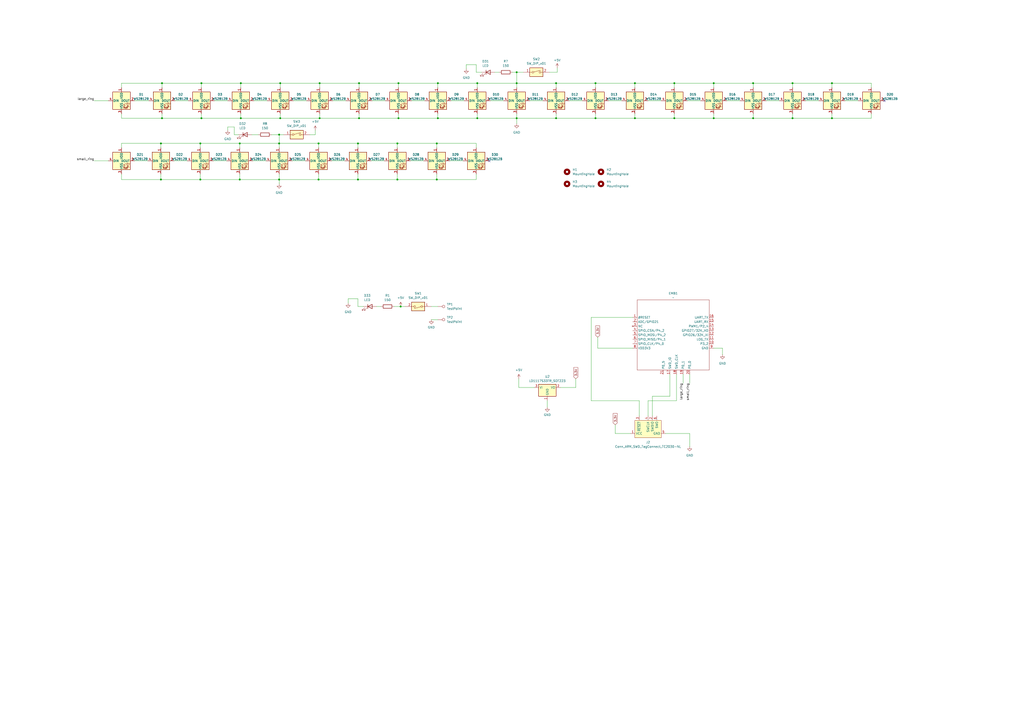
<source format=kicad_sch>
(kicad_sch (version 20231120) (generator "eeschema") (generator_version "8.0")
  (paper "A2")
  (lib_symbols
    (symbol "Connector:Conn_ARM_SWD_TagConnect_TC2030-NL" (in_bom no)
      (property "Reference" "J" (at 2.54 11.43 0))
      (property "Value" "Conn_ARM_SWD_TagConnect_TC2030-NL" (at 2.54 8.89 0))
      (symbol "Conn_ARM_SWD_TagConnect_TC2030-NL_0_0"
        (pin power_in line (at -2.54 10.16 270) (length 2.54) (name "VCC") (number "1"))
        (pin bidirectional line (at 7.62 -2.54 180) (length 2.54) (name "SWDIO") (number "2"))
        (pin open_collector line (at 7.62 5.08 180) (length 2.54) (name "~{RESET}") (number "3"))
        (pin output line (at 7.62 0 180) (length 2.54) (name "SWCLK") (number "4"))
        (pin power_in line (at -2.54 -10.16 90) (length 2.54) (name "GND") (number "5"))
        (pin input line (at 7.62 -5.08 180) (length 2.54) (name "SWO") (number "6"))
      )
      (symbol "Conn_ARM_SWD_TagConnect_TC2030-NL_0_1"
        (rectangle (start -5.08 7.62) (end 5.08 -7.62) (fill (type background)))
      )
    )
    (symbol "Connector:TestPoint" (pin_numbers hide) (pin_names (offset 0.762) hide)
      (property "Reference" "TP" (at 0 6.858 0))
      (property "Value" "TestPoint" (at 0 5.08 0))
      (symbol "TestPoint_0_1"
        (circle (center 0 3.302) (radius 0.762))
      )
      (symbol "TestPoint_1_1"
        (pin passive line (at 0 0 90) (length 2.54) (name "1") (number "1"))
      )
    )
    (symbol "Device:LED" (pin_numbers hide) (pin_names (offset 1.016) hide)
      (property "Reference" "D" (at 0 2.54 0))
      (property "Value" "LED" (at 0 -2.54 0))
      (symbol "LED_0_1"
        (polyline (pts (xy -1.27 -1.27) (xy -1.27 1.27)) (stroke (width 0.254)))
        (polyline (pts (xy -1.27 0) (xy 1.27 0)))
        (polyline (pts (xy 1.27 -1.27) (xy 1.27 1.27) (xy -1.27 0) (xy 1.27 -1.27)) (stroke (width 0.254)))
        (polyline (pts (xy -3.048 -0.762) (xy -4.572 -2.286) (xy -3.81 -2.286) (xy -4.572 -2.286) (xy -4.572 -1.524)))
        (polyline (pts (xy -1.778 -0.762) (xy -3.302 -2.286) (xy -2.54 -2.286) (xy -3.302 -2.286) (xy -3.302 -1.524)))
      )
      (symbol "LED_1_1"
        (pin passive line (at -3.81 0 0) (length 2.54) (name "K") (number "1"))
        (pin passive line (at 3.81 0 180) (length 2.54) (name "A") (number "2"))
      )
    )
    (symbol "Device:R" (pin_numbers hide) (pin_names (offset 0))
      (property "Reference" "R" (at 2.032 0 90))
      (property "Value" "R" (at 0 0 90))
      (symbol "R_0_1"
        (rectangle (start -1.016 -2.54) (end 1.016 2.54) (stroke (width 0.254)))
      )
      (symbol "R_1_1"
        (pin passive line (at 0 3.81 270) (length 1.27) (name "~") (number "1"))
        (pin passive line (at 0 -3.81 90) (length 1.27) (name "~") (number "2"))
      )
    )
    (symbol "GND_1" (power) (pin_numbers hide) (pin_names (offset 0) hide)
      (property "Value" "GND" (at 0 -3.81 0))
      (symbol "GND_1_0_1"
        (polyline (pts (xy 0 0) (xy 0 -1.27) (xy 1.27 -1.27) (xy 0 -2.54) (xy -1.27 -1.27) (xy 0 -1.27)))
      )
      (symbol "GND_1_1_1"
        (pin power_in line (at 0 0 270) (length 0) (name "~") (number "1"))
      )
    )
    (symbol "GND_2" (power) (pin_numbers hide) (pin_names (offset 0) hide)
      (property "Value" "GND" (at 0 -3.81 0))
      (symbol "GND_2_0_1"
        (polyline (pts (xy 0 0) (xy 0 -1.27) (xy 1.27 -1.27) (xy 0 -2.54) (xy -1.27 -1.27) (xy 0 -1.27)))
      )
      (symbol "GND_2_1_1"
        (pin power_in line (at 0 0 270) (length 0) (name "~") (number "1"))
      )
    )
    (symbol "LED:WS2812B" (pin_names (offset 0.254))
      (property "Reference" "D" (at 5.08 5.715 0))
      (property "Value" "WS2812B" (at 1.27 -5.715 0))
      (symbol "WS2812B_0_0"
        (text "RGB" (at 2.286 -4.191 0) (effects (font (size 0.762 0.762))))
      )
      (symbol "WS2812B_0_1"
        (polyline (pts (xy 1.27 -3.556) (xy 1.778 -3.556)))
        (polyline (pts (xy 1.27 -2.54) (xy 1.778 -2.54)))
        (polyline (pts (xy 4.699 -3.556) (xy 2.667 -3.556)))
        (polyline (pts (xy 2.286 -2.54) (xy 1.27 -3.556) (xy 1.27 -3.048)))
        (polyline (pts (xy 2.286 -1.524) (xy 1.27 -2.54) (xy 1.27 -2.032)))
        (polyline (pts (xy 3.683 -1.016) (xy 3.683 -3.556) (xy 3.683 -4.064)))
        (polyline (pts (xy 4.699 -1.524) (xy 2.667 -1.524) (xy 3.683 -3.556) (xy 4.699 -1.524)))
        (rectangle (start 5.08 5.08) (end -5.08 -5.08) (stroke (width 0.254)) (fill (type background)))
      )
      (symbol "WS2812B_1_1"
        (pin power_in line (at 0 7.62 270) (length 2.54) (name "VDD") (number "1"))
        (pin output line (at 7.62 0 180) (length 2.54) (name "DOUT") (number "2"))
        (pin power_in line (at 0 -7.62 90) (length 2.54) (name "VSS") (number "3"))
        (pin input line (at -7.62 0 0) (length 2.54) (name "DIN") (number "4"))
      )
    )
    (symbol "Mechanical:MountingHole" (pin_names (offset 1.016))
      (property "Reference" "H" (at 0 5.08 0))
      (property "Value" "MountingHole" (at 0 3.175 0))
      (symbol "MountingHole_0_1"
        (circle (center 0 0) (radius 1.27) (stroke (width 1.27)))
      )
    )
    (symbol "New_Library:EMB1082"
      (property "Reference" "EMB1082" (at -18.034 21.082 0))
      (symbol "EMB1082_1_1"
        (rectangle (start -22.86 22.86) (end 19.05 -17.78))
        (pin input line (at -25.4 12.7 0) (length 2.54) (name "#RESET") (number "1"))
        (pin input line (at 21.59 -2.54 180) (length 2.54) (name "P3_2") (number "10"))
        (pin input line (at 21.59 0 180) (length 2.54) (name "LOG_TX") (number "11"))
        (pin input line (at 21.59 2.54 180) (length 2.54) (name "GPIO26/32K_XI") (number "12"))
        (pin input line (at 21.59 5.08 180) (length 2.54) (name "GPIO27/32K_XO") (number "13"))
        (pin input line (at 21.59 7.62 180) (length 2.54) (name "PWM1/P2_4") (number "14"))
        (pin input line (at 21.59 10.16 180) (length 2.54) (name "UART_RX") (number "15"))
        (pin input line (at 21.59 12.7 180) (length 2.54) (name "UART_TX") (number "16"))
        (pin input line (at -3.81 -20.32 90) (length 2.54) (name "SWD_IO") (number "17"))
        (pin input line (at 0 -20.32 90) (length 2.54) (name "SWD_CLK") (number "18"))
        (pin input line (at 3.81 -20.32 90) (length 2.54) (name "P0_1") (number "19"))
        (pin input line (at -25.4 10.16 0) (length 2.54) (name "ADC/GPIO21") (number "2"))
        (pin input line (at 7.62 -20.32 90) (length 2.54) (name "P0_0") (number "20"))
        (pin input line (at -7.62 -20.32 90) (length 2.54) (name "P0_5") (number "21"))
        (pin no_connect line (at -25.4 7.62 0) (length 2.54) (name "NC") (number "3"))
        (pin input line (at -25.4 5.08 0) (length 2.54) (name "SPIO_CSN/P4_2") (number "4"))
        (pin input line (at -25.4 2.54 0) (length 2.54) (name "SPIO_MOSI/P4_2") (number "5"))
        (pin input line (at -25.4 0 0) (length 2.54) (name "SPIO_MISO/P4_1") (number "6"))
        (pin input line (at -25.4 -2.54 0) (length 2.54) (name "SPIO_CLK/P4_0") (number "7"))
        (pin input line (at -25.4 -5.08 0) (length 2.54) (name "VDD3V3") (number "8"))
        (pin input line (at 21.59 -5.08 180) (length 2.54) (name "GND") (number "9"))
      )
    )
    (symbol "Regulator_Linear:LD1117S33TR_SOT223"
      (property "Reference" "U" (at -3.81 3.175 0))
      (property "Value" "LD1117S33TR_SOT223" (at 0 3.175 0))
      (symbol "LD1117S33TR_SOT223_0_1"
        (rectangle (start -5.08 -5.08) (end 5.08 1.905) (stroke (width 0.254)) (fill (type background)))
      )
      (symbol "LD1117S33TR_SOT223_1_1"
        (pin power_in line (at 0 -7.62 90) (length 2.54) (name "GND") (number "1"))
        (pin power_out line (at 7.62 0 180) (length 2.54) (name "VO") (number "2"))
        (pin power_in line (at -7.62 0 0) (length 2.54) (name "VI") (number "3"))
      )
    )
    (symbol "Switch:SW_DIP_x01" (pin_names (offset 0) hide)
      (property "Reference" "SW" (at 0 3.81 0))
      (property "Value" "SW_DIP_x01" (at 0 -3.81 0))
      (symbol "SW_DIP_x01_0_0"
        (circle (center -2.032 0) (radius 0.508))
        (polyline (pts (xy -1.524 0.127) (xy 2.3622 1.1684)))
        (circle (center 2.032 0) (radius 0.508))
      )
      (symbol "SW_DIP_x01_0_1"
        (rectangle (start -3.81 2.54) (end 3.81 -2.54) (stroke (width 0.254)) (fill (type background)))
      )
      (symbol "SW_DIP_x01_1_1"
        (pin passive line (at -7.62 0 0) (length 5.08) (name "~") (number "1"))
        (pin passive line (at 7.62 0 180) (length 5.08) (name "~") (number "2"))
      )
    )
    (symbol "power:+5V" (power) (pin_names (offset 0))
      (property "Value" "+5V" (at 0 3.556 0))
      (symbol "+5V_0_1"
        (polyline (pts (xy -0.762 1.27) (xy 0 2.54)))
        (polyline (pts (xy 0 0) (xy 0 2.54)))
        (polyline (pts (xy 0 2.54) (xy 0.762 1.27)))
      )
      (symbol "+5V_1_1"
        (pin power_in line (at 0 0 90) (length 0) hide (name "+5V") (number "1"))
      )
    )
    (symbol "power:GND" (power) (pin_names (offset 0))
      (property "Value" "GND" (at 0 -3.81 0))
      (symbol "GND_0_1"
        (polyline (pts (xy 0 0) (xy 0 -1.27) (xy 1.27 -1.27) (xy 0 -2.54) (xy -1.27 -1.27) (xy 0 -1.27)))
      )
      (symbol "GND_1_1"
        (pin power_in line (at 0 0 270) (length 0) hide (name "GND") (number "1"))
      )
    )
  )
  (junction (at 116.84 68.58))
  (junction (at 139.7 48.26))
  (junction (at 162.56 68.58))
  (junction (at 93.98 68.58))
  (junction (at 254 48.26))
  (junction (at 414.02 48.26))
  (junction (at 116.205 104.14))
  (junction (at 116.205 83.185))
  (junction (at 459.74 48.26))
  (junction (at 391.16 48.26))
  (junction (at 231.14 68.58))
  (junction (at 208.28 48.26))
  (junction (at 254 68.58))
  (junction (at 253.365 104.14))
  (junction (at 276.86 48.26))
  (junction (at 230.505 104.14))
  (junction (at 161.925 104.14))
  (junction (at 414.02 68.58))
  (junction (at 162.56 48.26))
  (junction (at 276.86 68.58))
  (junction (at 436.88 68.58))
  (junction (at 230.505 83.185))
  (junction (at 299.72 68.58))
  (junction (at 139.065 83.185))
  (junction (at 139.7 68.58))
  (junction (at 322.58 48.26))
  (junction (at 299.72 48.26))
  (junction (at 368.3 48.26))
  (junction (at 207.645 83.185))
  (junction (at 116.84 48.26))
  (junction (at 391.16 68.58))
  (junction (at 459.74 68.58))
  (junction (at 436.88 48.26))
  (junction (at 139.065 104.14))
  (junction (at 185.42 48.26))
  (junction (at 345.44 68.58))
  (junction (at 184.785 104.14))
  (junction (at 345.44 48.26))
  (junction (at 161.925 78.105))
  (junction (at 299.72 41.91))
  (junction (at 184.785 83.185))
  (junction (at 161.925 83.185))
  (junction (at 231.14 48.26))
  (junction (at 232.41 177.8))
  (junction (at 322.58 68.58))
  (junction (at 93.345 104.14))
  (junction (at 482.6 68.58))
  (junction (at 482.6 48.26))
  (junction (at 93.345 83.185))
  (junction (at 93.98 48.26))
  (junction (at 253.365 83.185))
  (junction (at 208.28 68.58))
  (junction (at 368.3 68.58))
  (junction (at 185.42 68.58))
  (junction (at 207.645 104.14))
  (no_connect (at 283.845 93.345))
  (no_connect (at 513.08 58.42))
  (wire (pts (xy 70.485 100.965) (xy 70.485 104.14)))
  (wire (pts (xy 207.645 173.355) (xy 201.93 173.355)))
  (wire (pts (xy 482.6 66.04) (xy 482.6 68.58)))
  (wire (pts (xy 299.72 68.58) (xy 299.72 71.755)))
  (wire (pts (xy 276.225 100.965) (xy 276.225 104.14)))
  (wire (pts (xy 254 48.26) (xy 276.86 48.26)))
  (wire (pts (xy 300.99 224.79) (xy 300.99 219.71)))
  (wire (pts (xy 490.22 58.42) (xy 497.84 58.42)))
  (wire (pts (xy 482.6 48.26) (xy 459.74 48.26)))
  (wire (pts (xy 309.88 224.79) (xy 300.99 224.79)))
  (wire (pts (xy 459.74 48.26) (xy 436.88 48.26)))
  (wire (pts (xy 356.87 251.46) (xy 365.76 251.46)))
  (wire (pts (xy 317.5 232.41) (xy 317.5 236.22)))
  (wire (pts (xy 231.14 48.26) (xy 254 48.26)))
  (wire (pts (xy 201.93 173.355) (xy 201.93 175.895)))
  (wire (pts (xy 284.48 58.42) (xy 292.1 58.42)))
  (wire (pts (xy 276.86 68.58) (xy 299.72 68.58)))
  (wire (pts (xy 276.225 83.185) (xy 253.365 83.185)))
  (wire (pts (xy 323.215 41.91) (xy 323.215 39.37)))
  (wire (pts (xy 230.505 100.965) (xy 230.505 104.14)))
  (wire (pts (xy 70.485 50.8) (xy 70.485 48.26)))
  (wire (pts (xy 228.6 177.8) (xy 232.41 177.8)))
  (wire (pts (xy 70.485 48.26) (xy 93.98 48.26)))
  (wire (pts (xy 184.785 83.185) (xy 184.785 85.725)))
  (wire (pts (xy 276.225 37.465) (xy 270.51 37.465)))
  (wire (pts (xy 231.14 66.04) (xy 231.14 68.58)))
  (wire (pts (xy 100.965 93.345) (xy 108.585 93.345)))
  (wire (pts (xy 54.61 93.345) (xy 62.865 93.345)))
  (wire (pts (xy 208.28 48.26) (xy 231.14 48.26)))
  (wire (pts (xy 230.505 104.14) (xy 207.645 104.14)))
  (wire (pts (xy 419.1 201.93) (xy 414.02 201.93)))
  (wire (pts (xy 505.46 66.04) (xy 505.46 68.58)))
  (wire (pts (xy 322.58 66.04) (xy 322.58 68.58)))
  (wire (pts (xy 182.88 78.105) (xy 182.88 75.565)))
  (wire (pts (xy 299.72 41.91) (xy 303.53 41.91)))
  (wire (pts (xy 436.88 48.26) (xy 436.88 50.8)))
  (wire (pts (xy 322.58 48.26) (xy 299.72 48.26)))
  (wire (pts (xy 505.46 48.26) (xy 482.6 48.26)))
  (wire (pts (xy 93.98 48.26) (xy 93.98 50.8)))
  (wire (pts (xy 345.44 48.26) (xy 322.58 48.26)))
  (wire (pts (xy 161.925 83.185) (xy 161.925 85.725)))
  (wire (pts (xy 123.825 93.345) (xy 131.445 93.345)))
  (wire (pts (xy 101.6 58.42) (xy 109.22 58.42)))
  (wire (pts (xy 93.345 104.14) (xy 116.205 104.14)))
  (wire (pts (xy 139.065 83.185) (xy 139.065 85.725)))
  (wire (pts (xy 116.205 100.965) (xy 116.205 104.14)))
  (wire (pts (xy 414.02 48.26) (xy 414.02 50.8)))
  (wire (pts (xy 400.05 251.46) (xy 400.05 259.08)))
  (wire (pts (xy 370.84 232.41) (xy 342.9 232.41)))
  (wire (pts (xy 70.485 85.725) (xy 70.485 83.185)))
  (wire (pts (xy 93.345 100.965) (xy 93.345 104.14)))
  (wire (pts (xy 253.365 104.14) (xy 230.505 104.14)))
  (wire (pts (xy 276.225 104.14) (xy 253.365 104.14)))
  (wire (pts (xy 368.3 66.04) (xy 368.3 68.58)))
  (wire (pts (xy 238.76 58.42) (xy 246.38 58.42)))
  (wire (pts (xy 459.74 68.58) (xy 436.88 68.58)))
  (wire (pts (xy 70.485 66.04) (xy 70.485 68.58)))
  (wire (pts (xy 287.02 41.91) (xy 289.56 41.91)))
  (wire (pts (xy 139.065 83.185) (xy 161.925 83.185)))
  (wire (pts (xy 322.58 68.58) (xy 299.72 68.58)))
  (wire (pts (xy 260.985 93.345) (xy 268.605 93.345)))
  (wire (pts (xy 184.785 104.14) (xy 161.925 104.14)))
  (wire (pts (xy 184.785 83.185) (xy 161.925 83.185)))
  (wire (pts (xy 230.505 83.185) (xy 230.505 85.725)))
  (wire (pts (xy 230.505 83.185) (xy 207.645 83.185)))
  (wire (pts (xy 116.205 83.185) (xy 116.205 85.725)))
  (wire (pts (xy 419.1 205.74) (xy 419.1 201.93)))
  (wire (pts (xy 215.265 93.345) (xy 222.885 93.345)))
  (wire (pts (xy 192.405 93.345) (xy 200.025 93.345)))
  (wire (pts (xy 208.28 48.26) (xy 208.28 50.8)))
  (wire (pts (xy 482.6 48.26) (xy 482.6 50.8)))
  (wire (pts (xy 386.08 251.46) (xy 400.05 251.46)))
  (wire (pts (xy 353.06 58.42) (xy 360.68 58.42)))
  (wire (pts (xy 179.705 78.105) (xy 182.88 78.105)))
  (wire (pts (xy 325.12 224.79) (xy 334.01 224.79)))
  (wire (pts (xy 318.77 41.91) (xy 323.215 41.91)))
  (wire (pts (xy 276.225 41.91) (xy 276.225 37.465)))
  (wire (pts (xy 388.62 229.87) (xy 378.46 229.87)))
  (wire (pts (xy 276.86 66.04) (xy 276.86 68.58)))
  (wire (pts (xy 210.82 177.8) (xy 207.645 177.8)))
  (wire (pts (xy 93.98 48.26) (xy 116.84 48.26)))
  (wire (pts (xy 276.86 48.26) (xy 276.86 50.8)))
  (wire (pts (xy 208.28 68.58) (xy 231.14 68.58)))
  (wire (pts (xy 375.92 232.41) (xy 375.92 241.3)))
  (wire (pts (xy 276.86 48.26) (xy 299.72 48.26)))
  (wire (pts (xy 207.645 83.185) (xy 184.785 83.185)))
  (wire (pts (xy 368.3 48.26) (xy 368.3 50.8)))
  (wire (pts (xy 139.065 104.14) (xy 161.925 104.14)))
  (wire (pts (xy 161.925 78.105) (xy 161.925 83.185)))
  (wire (pts (xy 162.56 66.04) (xy 162.56 68.58)))
  (wire (pts (xy 396.24 217.17) (xy 396.24 222.25)))
  (wire (pts (xy 299.72 48.26) (xy 299.72 50.8)))
  (wire (pts (xy 261.62 58.42) (xy 269.24 58.42)))
  (wire (pts (xy 78.105 93.345) (xy 85.725 93.345)))
  (wire (pts (xy 346.71 201.93) (xy 367.03 201.93)))
  (wire (pts (xy 459.74 66.04) (xy 459.74 68.58)))
  (wire (pts (xy 254 66.04) (xy 254 68.58)))
  (wire (pts (xy 421.64 58.42) (xy 429.26 58.42)))
  (wire (pts (xy 391.16 48.26) (xy 368.3 48.26)))
  (wire (pts (xy 78.105 58.42) (xy 86.36 58.42)))
  (wire (pts (xy 444.5 58.42) (xy 452.12 58.42)))
  (wire (pts (xy 54.61 58.42) (xy 62.865 58.42)))
  (wire (pts (xy 345.44 68.58) (xy 322.58 68.58)))
  (wire (pts (xy 139.7 68.58) (xy 162.56 68.58)))
  (wire (pts (xy 436.88 68.58) (xy 414.02 68.58)))
  (wire (pts (xy 345.44 66.04) (xy 345.44 68.58)))
  (wire (pts (xy 368.3 48.26) (xy 345.44 48.26)))
  (wire (pts (xy 334.01 219.71) (xy 334.01 224.79)))
  (wire (pts (xy 436.88 48.26) (xy 414.02 48.26)))
  (wire (pts (xy 368.3 68.58) (xy 345.44 68.58)))
  (wire (pts (xy 467.36 58.42) (xy 474.98 58.42)))
  (wire (pts (xy 253.365 83.185) (xy 230.505 83.185)))
  (wire (pts (xy 184.785 100.965) (xy 184.785 104.14)))
  (wire (pts (xy 207.645 177.8) (xy 207.645 173.355)))
  (wire (pts (xy 391.16 48.26) (xy 391.16 50.8)))
  (wire (pts (xy 185.42 48.26) (xy 185.42 50.8)))
  (wire (pts (xy 162.56 68.58) (xy 185.42 68.58)))
  (wire (pts (xy 93.345 83.185) (xy 116.205 83.185)))
  (wire (pts (xy 185.42 66.04) (xy 185.42 68.58)))
  (wire (pts (xy 299.72 66.04) (xy 299.72 68.58)))
  (wire (pts (xy 193.04 58.42) (xy 200.66 58.42)))
  (wire (pts (xy 392.43 217.17) (xy 392.43 232.41)))
  (wire (pts (xy 414.02 68.58) (xy 391.16 68.58)))
  (wire (pts (xy 169.545 93.345) (xy 177.165 93.345)))
  (wire (pts (xy 436.88 66.04) (xy 436.88 68.58)))
  (wire (pts (xy 346.71 195.58) (xy 346.71 201.93)))
  (wire (pts (xy 238.125 93.345) (xy 245.745 93.345)))
  (wire (pts (xy 482.6 68.58) (xy 459.74 68.58)))
  (wire (pts (xy 139.065 100.965) (xy 139.065 104.14)))
  (wire (pts (xy 345.44 48.26) (xy 345.44 50.8)))
  (wire (pts (xy 505.46 50.8) (xy 505.46 48.26)))
  (wire (pts (xy 375.92 58.42) (xy 383.54 58.42)))
  (wire (pts (xy 157.48 78.105) (xy 161.925 78.105)))
  (wire (pts (xy 218.44 177.8) (xy 220.98 177.8)))
  (wire (pts (xy 135.89 73.66) (xy 132.08 73.66)))
  (wire (pts (xy 132.08 73.66) (xy 132.08 75.565)))
  (wire (pts (xy 505.46 68.58) (xy 482.6 68.58)))
  (wire (pts (xy 254 68.58) (xy 276.86 68.58)))
  (wire (pts (xy 370.84 241.3) (xy 370.84 232.41)))
  (wire (pts (xy 162.56 48.26) (xy 162.56 50.8)))
  (wire (pts (xy 297.18 41.91) (xy 299.72 41.91)))
  (wire (pts (xy 253.365 83.185) (xy 253.365 85.725)))
  (wire (pts (xy 392.43 232.41) (xy 375.92 232.41)))
  (wire (pts (xy 231.14 48.26) (xy 231.14 50.8)))
  (wire (pts (xy 139.7 48.26) (xy 162.56 48.26)))
  (wire (pts (xy 93.98 66.04) (xy 93.98 68.58)))
  (wire (pts (xy 116.84 66.04) (xy 116.84 68.58)))
  (wire (pts (xy 250.19 185.42) (xy 254 185.42)))
  (wire (pts (xy 93.345 83.185) (xy 93.345 85.725)))
  (wire (pts (xy 231.14 68.58) (xy 254 68.58)))
  (wire (pts (xy 70.485 104.14) (xy 93.345 104.14)))
  (wire (pts (xy 93.98 68.58) (xy 116.84 68.58)))
  (wire (pts (xy 388.62 217.17) (xy 388.62 229.87)))
  (wire (pts (xy 161.925 78.105) (xy 164.465 78.105)))
  (wire (pts (xy 185.42 68.58) (xy 208.28 68.58)))
  (wire (pts (xy 116.205 83.185) (xy 139.065 83.185)))
  (wire (pts (xy 116.84 48.26) (xy 139.7 48.26)))
  (wire (pts (xy 391.16 66.04) (xy 391.16 68.58)))
  (wire (pts (xy 70.485 83.185) (xy 93.345 83.185)))
  (wire (pts (xy 279.4 41.91) (xy 276.225 41.91)))
  (wire (pts (xy 342.9 184.15) (xy 367.03 184.15)))
  (wire (pts (xy 398.78 58.42) (xy 406.4 58.42)))
  (wire (pts (xy 170.18 58.42) (xy 177.8 58.42)))
  (wire (pts (xy 161.925 100.965) (xy 161.925 104.14)))
  (wire (pts (xy 378.46 229.87) (xy 378.46 241.3)))
  (wire (pts (xy 70.485 68.58) (xy 93.98 68.58)))
  (wire (pts (xy 356.87 246.38) (xy 356.87 251.46)))
  (wire (pts (xy 116.205 104.14) (xy 139.065 104.14)))
  (wire (pts (xy 116.84 48.26) (xy 116.84 50.8)))
  (wire (pts (xy 391.16 68.58) (xy 368.3 68.58)))
  (wire (pts (xy 139.7 48.26) (xy 139.7 50.8)))
  (wire (pts (xy 207.645 83.185) (xy 207.645 85.725)))
  (wire (pts (xy 276.225 85.725) (xy 276.225 83.185)))
  (wire (pts (xy 299.72 41.91) (xy 299.72 48.26)))
  (wire (pts (xy 146.685 93.345) (xy 154.305 93.345)))
  (wire (pts (xy 162.56 48.26) (xy 185.42 48.26)))
  (wire (pts (xy 330.2 58.42) (xy 337.82 58.42)))
  (wire (pts (xy 414.02 66.04) (xy 414.02 68.58)))
  (wire (pts (xy 322.58 48.26) (xy 322.58 50.8)))
  (wire (pts (xy 459.74 48.26) (xy 459.74 50.8)))
  (wire (pts (xy 307.34 58.42) (xy 314.96 58.42)))
  (wire (pts (xy 124.46 58.42) (xy 132.08 58.42)))
  (wire (pts (xy 207.645 104.14) (xy 184.785 104.14)))
  (wire (pts (xy 146.05 78.105) (xy 149.86 78.105)))
  (wire (pts (xy 116.84 68.58) (xy 139.7 68.58)))
  (wire (pts (xy 135.89 78.105) (xy 135.89 73.66)))
  (wire (pts (xy 208.28 66.04) (xy 208.28 68.58)))
  (wire (pts (xy 207.645 100.965) (xy 207.645 104.14)))
  (wire (pts (xy 147.32 58.42) (xy 154.94 58.42)))
  (wire (pts (xy 250.19 177.8) (xy 254 177.8)))
  (wire (pts (xy 254 48.26) (xy 254 50.8)))
  (wire (pts (xy 232.41 177.8) (xy 234.95 177.8)))
  (wire (pts (xy 139.7 66.04) (xy 139.7 68.58)))
  (wire (pts (xy 161.925 104.14) (xy 161.925 106.68)))
  (wire (pts (xy 215.9 58.42) (xy 223.52 58.42)))
  (wire (pts (xy 253.365 100.965) (xy 253.365 104.14)))
  (wire (pts (xy 342.9 232.41) (xy 342.9 184.15)))
  (wire (pts (xy 400.05 217.17) (xy 400.05 222.25)))
  (wire (pts (xy 270.51 37.465) (xy 270.51 40.005)))
  (wire (pts (xy 138.43 78.105) (xy 135.89 78.105)))
  (wire (pts (xy 414.02 48.26) (xy 391.16 48.26)))
  (wire (pts (xy 185.42 48.26) (xy 208.28 48.26)))
  (label "small_ring" (at 54.61 93.345 180))
  (label "small_ring" (at 400.05 222.25 270))
  (label "large_ring" (at 54.61 58.42 180))
  (label "large_ring" (at 396.24 222.25 270))
  (global_label "3.3V" (shape input) (at 346.71 195.58 90) (property "Intersheetrefs" "${INTERSHEET_REFS}" (effects (hide yes))))
  (global_label "3.3V" (shape input) (at 334.01 219.71 90) (property "Intersheetrefs" "${INTERSHEET_REFS}" (effects (hide yes))))
  (global_label "3.3V" (shape input) (at 356.87 246.38 90) (property "Intersheetrefs" "${INTERSHEET_REFS}" (effects (hide yes))))
  (symbol (lib_id "power:GND") (at 299.72 71.755 0) (unit 1)
    (property "Reference" "#PWR02" (effects (hide yes)))
    (property "Value" "GND" (at 299.72 76.835 0))
  )
  (symbol (lib_id "power:GND") (at 161.925 106.68 0) (unit 1)
    (property "Reference" "#PWR04" (effects (hide yes)))
    (property "Value" "GND" (at 161.925 111.76 0))
  )
  (symbol (lib_id "power:+5V") (at 323.215 39.37 0) (unit 1)
    (property "Reference" "#PWR01" (effects (hide yes)))
    (property "Value" "+5V" (at 323.215 34.925 0))
  )
  (symbol (lib_id "LED:WS2812B") (at 276.225 93.345 0) (unit 1)
    (property "Reference" "D30" (at 287.02 89.6971 0))
    (property "Value" "WS2812B" (at 287.02 92.2371 0))
    (property "Footprint" "LED_SMD:LED_WS2812B_PLCC4_5.0x5.0mm_P3.2mm" (effects (hide yes)))
    (property "Datasheet" "https://cdn-shop.adafruit.com/datasheets/WS2812B.pdf" (effects (hide yes)))
  )
  (symbol (lib_name "GND_1") (lib_id "power:GND") (at 419.1 205.74 0) (unit 1)
    (property "Reference" "#PWR021" (effects (hide yes)))
    (property "Value" "GND" (at 419.1 210.82 0))
    (property "Description" "Power symbol creates a global label with name \"GND\" , ground" (effects (hide yes)))
  )
  (symbol (lib_id "Device:R") (at 293.37 41.91 90) (unit 1)
    (property "Reference" "R7" (at 293.37 35.56 90))
    (property "Value" "150" (at 293.37 38.1 90))
    (property "Footprint" "Resistor_SMD:R_0805_2012Metric_Pad1.20x1.40mm_HandSolder" (effects (hide yes)))
  )
  (symbol (lib_id "Mechanical:MountingHole") (at 328.93 99.695 0) (unit 1)
    (property "Reference" "H1" (at 332.105 98.425 0) (effects (justify left)))
    (property "Value" "MountingHole" (at 332.105 100.965 0) (effects (justify left)))
    (property "Footprint" "MountingHole:MountingHole_4.3mm_M4_Pad_Via" (effects (hide yes)))
  )
  (symbol (lib_name "GND_2") (lib_id "power:GND") (at 400.05 259.08 0) (unit 1)
    (property "Reference" "#PWR05" (effects (hide yes)))
    (property "Value" "GND" (at 400.05 264.16 0))
    (property "Description" "Power symbol creates a global label with name \"GND\" , ground" (effects (hide yes)))
  )
  (symbol (lib_id "LED:WS2812B") (at 70.485 93.345 0) (unit 1)
    (property "Reference" "D21" (at 81.28 89.6971 0))
    (property "Value" "WS2812B" (at 81.28 92.2371 0))
    (property "Footprint" "LED_SMD:LED_WS2812B_PLCC4_5.0x5.0mm_P3.2mm" (effects (hide yes)))
    (property "Datasheet" "https://cdn-shop.adafruit.com/datasheets/WS2812B.pdf" (effects (hide yes)))
  )
  (symbol (lib_id "LED:WS2812B") (at 208.28 58.42 0) (unit 1)
    (property "Reference" "D7" (at 219.075 54.7721 0))
    (property "Value" "WS2812B" (at 219.075 57.3121 0))
    (property "Footprint" "LED_SMD:LED_WS2812B_PLCC4_5.0x5.0mm_P3.2mm" (effects (hide yes)))
    (property "Datasheet" "https://cdn-shop.adafruit.com/datasheets/WS2812B.pdf" (effects (hide yes)))
  )
  (symbol (lib_id "power:GND") (at 250.19 185.42 0) (unit 1)
    (property "Reference" "#PWR07" (effects (hide yes)))
    (property "Value" "GND" (at 250.19 189.865 0))
  )
  (symbol (lib_id "Regulator_Linear:LD1117S33TR_SOT223") (at 317.5 224.79 0) (unit 1)
    (property "Reference" "U2" (at 317.5 218.44 0))
    (property "Value" "LD1117S33TR_SOT223" (at 317.5 220.98 0))
    (property "Footprint" "Package_TO_SOT_SMD:SOT-223-3_TabPin2" (effects (hide yes)))
    (property "Datasheet" "http://www.st.com/st-web-ui/static/active/en/resource/technical/document/datasheet/CD00000544.pdf" (effects (hide yes)))
    (property "Description" "800mA Fixed Low Drop Positive Voltage Regulator, Fixed Output 3.3V, SOT-223" (effects (hide yes)))
  )
  (symbol (lib_id "LED:WS2812B") (at 436.88 58.42 0) (unit 1)
    (property "Reference" "D17" (at 447.675 54.7721 0))
    (property "Value" "WS2812B" (at 447.675 57.3121 0))
    (property "Footprint" "LED_SMD:LED_WS2812B_PLCC4_5.0x5.0mm_P3.2mm" (effects (hide yes)))
    (property "Datasheet" "https://cdn-shop.adafruit.com/datasheets/WS2812B.pdf" (effects (hide yes)))
  )
  (symbol (lib_id "LED:WS2812B") (at 368.3 58.42 0) (unit 1)
    (property "Reference" "D14" (at 379.095 54.7721 0))
    (property "Value" "WS2812B" (at 379.095 57.3121 0))
    (property "Footprint" "LED_SMD:LED_WS2812B_PLCC4_5.0x5.0mm_P3.2mm" (effects (hide yes)))
    (property "Datasheet" "https://cdn-shop.adafruit.com/datasheets/WS2812B.pdf" (effects (hide yes)))
  )
  (symbol (lib_id "LED:WS2812B") (at 254 58.42 0) (unit 1)
    (property "Reference" "D9" (at 264.795 54.7721 0))
    (property "Value" "WS2812B" (at 264.795 57.3121 0))
    (property "Footprint" "LED_SMD:LED_WS2812B_PLCC4_5.0x5.0mm_P3.2mm" (effects (hide yes)))
    (property "Datasheet" "https://cdn-shop.adafruit.com/datasheets/WS2812B.pdf" (effects (hide yes)))
  )
  (symbol (lib_id "power:+5V") (at 182.88 75.565 0) (unit 1)
    (property "Reference" "#PWR03" (effects (hide yes)))
    (property "Value" "+5V" (at 182.88 70.485 0))
  )
  (symbol (lib_id "power:+5V") (at 300.99 219.71 0) (unit 1)
    (property "Reference" "#PWR025" (effects (hide yes)))
    (property "Value" "+5V" (at 300.99 214.63 0))
  )
  (symbol (lib_id "LED:WS2812B") (at 459.74 58.42 0) (unit 1)
    (property "Reference" "D18" (at 470.535 54.7721 0))
    (property "Value" "WS2812B" (at 470.535 57.3121 0))
    (property "Footprint" "LED_SMD:LED_WS2812B_PLCC4_5.0x5.0mm_P3.2mm" (effects (hide yes)))
    (property "Datasheet" "https://cdn-shop.adafruit.com/datasheets/WS2812B.pdf" (effects (hide yes)))
  )
  (symbol (lib_id "LED:WS2812B") (at 253.365 93.345 0) (unit 1)
    (property "Reference" "D29" (at 264.16 89.6971 0))
    (property "Value" "WS2812B" (at 264.16 92.2371 0))
    (property "Footprint" "LED_SMD:LED_WS2812B_PLCC4_5.0x5.0mm_P3.2mm" (effects (hide yes)))
    (property "Datasheet" "https://cdn-shop.adafruit.com/datasheets/WS2812B.pdf" (effects (hide yes)))
  )
  (symbol (lib_id "LED:WS2812B") (at 414.02 58.42 0) (unit 1)
    (property "Reference" "D16" (at 424.815 54.7721 0))
    (property "Value" "WS2812B" (at 424.815 57.3121 0))
    (property "Footprint" "LED_SMD:LED_WS2812B_PLCC4_5.0x5.0mm_P3.2mm" (effects (hide yes)))
    (property "Datasheet" "https://cdn-shop.adafruit.com/datasheets/WS2812B.pdf" (effects (hide yes)))
  )
  (symbol (lib_id "Device:LED") (at 214.63 177.8 0) (unit 1)
    (property "Reference" "D33" (at 213.0425 171.45 0))
    (property "Value" "LED" (at 213.0425 173.99 0))
    (property "Footprint" "LED_SMD:LED_0805_2012Metric_Pad1.15x1.40mm_HandSolder" (effects (hide yes)))
  )
  (symbol (lib_id "power:+5V") (at 232.41 177.8 0) (unit 1)
    (property "Reference" "#PWR06" (effects (hide yes)))
    (property "Value" "+5V" (at 232.41 172.72 0))
  )
  (symbol (lib_id "Mechanical:MountingHole") (at 328.93 106.68 0) (unit 1)
    (property "Reference" "H3" (at 332.105 105.41 0) (effects (justify left)))
    (property "Value" "MountingHole" (at 332.105 107.95 0) (effects (justify left)))
    (property "Footprint" "MountingHole:MountingHole_4.3mm_M4_Pad_Via" (effects (hide yes)))
  )
  (symbol (lib_id "Device:R") (at 153.67 78.105 90) (unit 1)
    (property "Reference" "R8" (at 153.67 71.755 90))
    (property "Value" "150" (at 153.67 74.295 90))
    (property "Footprint" "Resistor_SMD:R_0805_2012Metric_Pad1.20x1.40mm_HandSolder" (effects (hide yes)))
  )
  (symbol (lib_id "Connector:Conn_ARM_SWD_TagConnect_TC2030-NL") (at 375.92 248.92 90) (unit 1) (in_bom no)
    (property "Reference" "J2" (at 375.92 256.54 90))
    (property "Value" "Conn_ARM_SWD_TagConnect_TC2030-NL" (at 375.92 259.08 90))
    (property "Footprint" "Connector:Tag-Connect_TC2030-IDC-NL_2x03_P1.27mm_Vertical" (effects (hide yes)))
    (property "Datasheet" "https://www.tag-connect.com/wp-content/uploads/bsk-pdf-manager/TC2030-CTX_1.pdf" (effects (hide yes)))
    (property "Description" "Tag-Connect ARM Cortex SWD JTAG connector, 6 pin, no legs" (effects (hide yes)))
  )
  (symbol (lib_id "LED:WS2812B") (at 207.645 93.345 0) (unit 1)
    (property "Reference" "D27" (at 218.44 89.6971 0))
    (property "Value" "WS2812B" (at 218.44 92.2371 0))
    (property "Footprint" "LED_SMD:LED_WS2812B_PLCC4_5.0x5.0mm_P3.2mm" (effects (hide yes)))
    (property "Datasheet" "https://cdn-shop.adafruit.com/datasheets/WS2812B.pdf" (effects (hide yes)))
  )
  (symbol (lib_id "LED:WS2812B") (at 276.86 58.42 0) (unit 1)
    (property "Reference" "D10" (at 287.655 54.7721 0))
    (property "Value" "WS2812B" (at 287.655 57.3121 0))
    (property "Footprint" "LED_SMD:LED_WS2812B_PLCC4_5.0x5.0mm_P3.2mm" (effects (hide yes)))
    (property "Datasheet" "https://cdn-shop.adafruit.com/datasheets/WS2812B.pdf" (effects (hide yes)))
  )
  (symbol (lib_id "Switch:SW_DIP_x01") (at 311.15 41.91 0) (unit 1)
    (property "Reference" "SW2" (at 311.15 34.29 0))
    (property "Value" "SW_DIP_x01" (at 311.15 36.83 0))
    (property "Footprint" "Button_Switch_SMD:SW_SPDT_PCM12" (effects (hide yes)))
  )
  (symbol (lib_id "Connector:TestPoint") (at 254 177.8 270) (unit 1)
    (property "Reference" "TP1" (at 259.08 176.5299 90) (effects (justify left)))
    (property "Value" "TestPoint" (at 259.08 179.0699 90) (effects (justify left)))
    (property "Footprint" "TestPoint:TestPoint_Loop_D1.80mm_Drill1.0mm_Beaded" (effects (hide yes)))
    (property "Description" "test point" (effects (hide yes)))
  )
  (symbol (lib_id "LED:WS2812B") (at 139.065 93.345 0) (unit 1)
    (property "Reference" "D24" (at 149.86 89.6971 0))
    (property "Value" "WS2812B" (at 149.86 92.2371 0))
    (property "Footprint" "LED_SMD:LED_WS2812B_PLCC4_5.0x5.0mm_P3.2mm" (effects (hide yes)))
    (property "Datasheet" "https://cdn-shop.adafruit.com/datasheets/WS2812B.pdf" (effects (hide yes)))
  )
  (symbol (lib_id "Mechanical:MountingHole") (at 348.615 99.695 0) (unit 1)
    (property "Reference" "H2" (at 351.79 98.425 0) (effects (justify left)))
    (property "Value" "MountingHole" (at 351.79 100.965 0) (effects (justify left)))
    (property "Footprint" "MountingHole:MountingHole_4.3mm_M4_Pad_Via" (effects (hide yes)))
  )
  (symbol (lib_id "LED:WS2812B") (at 70.485 58.42 0) (unit 1)
    (property "Reference" "D1" (at 81.915 54.7721 0))
    (property "Value" "WS2812B" (at 81.915 57.3121 0))
    (property "Footprint" "LED_SMD:LED_WS2812B_PLCC4_5.0x5.0mm_P3.2mm" (effects (hide yes)))
    (property "Datasheet" "https://cdn-shop.adafruit.com/datasheets/WS2812B.pdf" (effects (hide yes)))
  )
  (symbol (lib_id "Device:LED") (at 142.24 78.105 0) (unit 1)
    (property "Reference" "D32" (at 140.6525 71.755 0))
    (property "Value" "LED" (at 140.6525 74.295 0))
    (property "Footprint" "LED_SMD:LED_0805_2012Metric_Pad1.15x1.40mm_HandSolder" (effects (hide yes)))
  )
  (symbol (lib_id "Switch:SW_DIP_x01") (at 172.085 78.105 0) (unit 1)
    (property "Reference" "SW3" (at 172.085 70.485 0))
    (property "Value" "SW_DIP_x01" (at 172.085 73.025 0))
    (property "Footprint" "Button_Switch_SMD:SW_SPDT_PCM12" (effects (hide yes)))
  )
  (symbol (lib_id "LED:WS2812B") (at 345.44 58.42 0) (unit 1)
    (property "Reference" "D13" (at 356.235 54.7721 0))
    (property "Value" "WS2812B" (at 356.235 57.3121 0))
    (property "Footprint" "LED_SMD:LED_WS2812B_PLCC4_5.0x5.0mm_P3.2mm" (effects (hide yes)))
    (property "Datasheet" "https://cdn-shop.adafruit.com/datasheets/WS2812B.pdf" (effects (hide yes)))
  )
  (symbol (lib_id "LED:WS2812B") (at 161.925 93.345 0) (unit 1)
    (property "Reference" "D25" (at 172.72 89.6971 0))
    (property "Value" "WS2812B" (at 172.72 92.2371 0))
    (property "Footprint" "LED_SMD:LED_WS2812B_PLCC4_5.0x5.0mm_P3.2mm" (effects (hide yes)))
    (property "Datasheet" "https://cdn-shop.adafruit.com/datasheets/WS2812B.pdf" (effects (hide yes)))
  )
  (symbol (lib_id "LED:WS2812B") (at 185.42 58.42 0) (unit 1)
    (property "Reference" "D6" (at 196.215 54.7721 0))
    (property "Value" "WS2812B" (at 196.215 57.3121 0))
    (property "Footprint" "LED_SMD:LED_WS2812B_PLCC4_5.0x5.0mm_P3.2mm" (effects (hide yes)))
    (property "Datasheet" "https://cdn-shop.adafruit.com/datasheets/WS2812B.pdf" (effects (hide yes)))
  )
  (symbol (lib_id "power:GND") (at 201.93 175.895 0) (unit 1)
    (property "Reference" "#PWR08" (effects (hide yes)))
    (property "Value" "GND" (at 201.93 180.975 0))
  )
  (symbol (lib_id "New_Library:EMB1082") (at 392.43 196.85 0) (unit 1)
    (property "Reference" "EMB1" (at 390.525 170.18 0))
    (property "Value" "~" (at 390.525 172.72 0))
    (property "Footprint" "Library:EMB1082" (effects (hide yes)))
  )
  (symbol (lib_id "power:GND") (at 317.5 236.22 0) (unit 1)
    (property "Reference" "#PWR024" (effects (hide yes)))
    (property "Value" "GND" (at 317.5 240.665 0))
  )
  (symbol (lib_id "power:GND") (at 132.08 75.565 0) (unit 1)
    (property "Reference" "#PWR018" (effects (hide yes)))
    (property "Value" "GND" (at 132.08 80.645 0))
  )
  (symbol (lib_id "Mechanical:MountingHole") (at 348.615 106.68 0) (unit 1)
    (property "Reference" "H4" (at 351.79 105.41 0) (effects (justify left)))
    (property "Value" "MountingHole" (at 351.79 107.95 0) (effects (justify left)))
    (property "Footprint" "MountingHole:MountingHole_4.3mm_M4_Pad_Via" (effects (hide yes)))
  )
  (symbol (lib_id "LED:WS2812B") (at 322.58 58.42 0) (unit 1)
    (property "Reference" "D12" (at 333.375 54.7721 0))
    (property "Value" "WS2812B" (at 333.375 57.3121 0))
    (property "Footprint" "LED_SMD:LED_WS2812B_PLCC4_5.0x5.0mm_P3.2mm" (effects (hide yes)))
    (property "Datasheet" "https://cdn-shop.adafruit.com/datasheets/WS2812B.pdf" (effects (hide yes)))
  )
  (symbol (lib_id "LED:WS2812B") (at 116.205 93.345 0) (unit 1)
    (property "Reference" "D23" (at 127 89.6971 0))
    (property "Value" "WS2812B" (at 127 92.2371 0))
    (property "Footprint" "LED_SMD:LED_WS2812B_PLCC4_5.0x5.0mm_P3.2mm" (effects (hide yes)))
    (property "Datasheet" "https://cdn-shop.adafruit.com/datasheets/WS2812B.pdf" (effects (hide yes)))
  )
  (symbol (lib_id "LED:WS2812B") (at 231.14 58.42 0) (unit 1)
    (property "Reference" "D8" (at 241.935 54.7721 0))
    (property "Value" "WS2812B" (at 241.935 57.3121 0))
    (property "Footprint" "LED_SMD:LED_WS2812B_PLCC4_5.0x5.0mm_P3.2mm" (effects (hide yes)))
    (property "Datasheet" "https://cdn-shop.adafruit.com/datasheets/WS2812B.pdf" (effects (hide yes)))
  )
  (symbol (lib_id "Device:LED") (at 283.21 41.91 0) (unit 1)
    (property "Reference" "D31" (at 281.6225 35.56 0))
    (property "Value" "LED" (at 281.6225 38.1 0))
    (property "Footprint" "LED_SMD:LED_0805_2012Metric_Pad1.15x1.40mm_HandSolder" (effects (hide yes)))
  )
  (symbol (lib_id "Connector:TestPoint") (at 254 185.42 270) (unit 1)
    (property "Reference" "TP2" (at 259.08 184.1499 90) (effects (justify left)))
    (property "Value" "TestPoint" (at 259.08 186.6899 90) (effects (justify left)))
    (property "Footprint" "TestPoint:TestPoint_Loop_D1.80mm_Drill1.0mm_Beaded" (effects (hide yes)))
    (property "Description" "test point" (effects (hide yes)))
  )
  (symbol (lib_id "LED:WS2812B") (at 391.16 58.42 0) (unit 1)
    (property "Reference" "D15" (at 401.955 54.7721 0))
    (property "Value" "WS2812B" (at 401.955 57.3121 0))
    (property "Footprint" "LED_SMD:LED_WS2812B_PLCC4_5.0x5.0mm_P3.2mm" (effects (hide yes)))
    (property "Datasheet" "https://cdn-shop.adafruit.com/datasheets/WS2812B.pdf" (effects (hide yes)))
  )
  (symbol (lib_id "LED:WS2812B") (at 162.56 58.42 0) (unit 1)
    (property "Reference" "D5" (at 173.355 54.7721 0))
    (property "Value" "WS2812B" (at 173.355 57.3121 0))
    (property "Footprint" "LED_SMD:LED_WS2812B_PLCC4_5.0x5.0mm_P3.2mm" (effects (hide yes)))
    (property "Datasheet" "https://cdn-shop.adafruit.com/datasheets/WS2812B.pdf" (effects (hide yes)))
  )
  (symbol (lib_id "LED:WS2812B") (at 93.98 58.42 0) (unit 1)
    (property "Reference" "D2" (at 104.775 54.7721 0))
    (property "Value" "WS2812B" (at 104.775 57.3121 0))
    (property "Footprint" "LED_SMD:LED_WS2812B_PLCC4_5.0x5.0mm_P3.2mm" (effects (hide yes)))
    (property "Datasheet" "https://cdn-shop.adafruit.com/datasheets/WS2812B.pdf" (effects (hide yes)))
  )
  (symbol (lib_id "LED:WS2812B") (at 505.46 58.42 0) (unit 1)
    (property "Reference" "D20" (at 516.255 54.7721 0))
    (property "Value" "WS2812B" (at 516.255 57.3121 0))
    (property "Footprint" "LED_SMD:LED_WS2812B_PLCC4_5.0x5.0mm_P3.2mm" (effects (hide yes)))
    (property "Datasheet" "https://cdn-shop.adafruit.com/datasheets/WS2812B.pdf" (effects (hide yes)))
  )
  (symbol (lib_id "LED:WS2812B") (at 116.84 58.42 0) (unit 1)
    (property "Reference" "D3" (at 127.635 54.7721 0))
    (property "Value" "WS2812B" (at 127.635 57.3121 0))
    (property "Footprint" "LED_SMD:LED_WS2812B_PLCC4_5.0x5.0mm_P3.2mm" (effects (hide yes)))
    (property "Datasheet" "https://cdn-shop.adafruit.com/datasheets/WS2812B.pdf" (effects (hide yes)))
  )
  (symbol (lib_id "Device:R") (at 224.79 177.8 90) (unit 1)
    (property "Reference" "R1" (at 224.79 171.45 90))
    (property "Value" "150" (at 224.79 173.99 90))
    (property "Footprint" "Resistor_SMD:R_0805_2012Metric_Pad1.20x1.40mm_HandSolder" (effects (hide yes)))
  )
  (symbol (lib_id "LED:WS2812B") (at 184.785 93.345 0) (unit 1)
    (property "Reference" "D26" (at 195.58 89.6971 0))
    (property "Value" "WS2812B" (at 195.58 92.2371 0))
    (property "Footprint" "LED_SMD:LED_WS2812B_PLCC4_5.0x5.0mm_P3.2mm" (effects (hide yes)))
    (property "Datasheet" "https://cdn-shop.adafruit.com/datasheets/WS2812B.pdf" (effects (hide yes)))
  )
  (symbol (lib_id "LED:WS2812B") (at 139.7 58.42 0) (unit 1)
    (property "Reference" "D4" (at 150.495 54.7721 0))
    (property "Value" "WS2812B" (at 150.495 57.3121 0))
    (property "Footprint" "LED_SMD:LED_WS2812B_PLCC4_5.0x5.0mm_P3.2mm" (effects (hide yes)))
    (property "Datasheet" "https://cdn-shop.adafruit.com/datasheets/WS2812B.pdf" (effects (hide yes)))
  )
  (symbol (lib_id "LED:WS2812B") (at 482.6 58.42 0) (unit 1)
    (property "Reference" "D19" (at 493.395 54.7721 0))
    (property "Value" "WS2812B" (at 493.395 57.3121 0))
    (property "Footprint" "LED_SMD:LED_WS2812B_PLCC4_5.0x5.0mm_P3.2mm" (effects (hide yes)))
    (property "Datasheet" "https://cdn-shop.adafruit.com/datasheets/WS2812B.pdf" (effects (hide yes)))
  )
  (symbol (lib_id "LED:WS2812B") (at 93.345 93.345 0) (unit 1)
    (property "Reference" "D22" (at 104.14 89.6971 0))
    (property "Value" "WS2812B" (at 104.14 92.2371 0))
    (property "Footprint" "LED_SMD:LED_WS2812B_PLCC4_5.0x5.0mm_P3.2mm" (effects (hide yes)))
    (property "Datasheet" "https://cdn-shop.adafruit.com/datasheets/WS2812B.pdf" (effects (hide yes)))
  )
  (symbol (lib_id "Switch:SW_DIP_x01") (at 242.57 177.8 180) (unit 1)
    (property "Reference" "SW1" (at 242.57 170.18 0))
    (property "Value" "SW_DIP_x01" (at 242.57 172.72 0))
    (property "Footprint" "Button_Switch_SMD:SW_SPDT_PCM12" (effects (hide yes)))
  )
  (symbol (lib_id "LED:WS2812B") (at 230.505 93.345 0) (unit 1)
    (property "Reference" "D28" (at 241.3 89.6971 0))
    (property "Value" "WS2812B" (at 241.3 92.2371 0))
    (property "Footprint" "LED_SMD:LED_WS2812B_PLCC4_5.0x5.0mm_P3.2mm" (effects (hide yes)))
    (property "Datasheet" "https://cdn-shop.adafruit.com/datasheets/WS2812B.pdf" (effects (hide yes)))
  )
  (symbol (lib_id "LED:WS2812B") (at 299.72 58.42 0) (unit 1)
    (property "Reference" "D11" (at 310.515 54.7721 0))
    (property "Value" "WS2812B" (at 310.515 57.3121 0))
    (property "Footprint" "LED_SMD:LED_WS2812B_PLCC4_5.0x5.0mm_P3.2mm" (effects (hide yes)))
    (property "Datasheet" "https://cdn-shop.adafruit.com/datasheets/WS2812B.pdf" (effects (hide yes)))
  )
  (symbol (lib_id "power:GND") (at 270.51 40.005 0) (unit 1)
    (property "Reference" "#PWR019" (effects (hide yes)))
    (property "Value" "GND" (at 270.51 45.085 0))
  )
)
</source>
